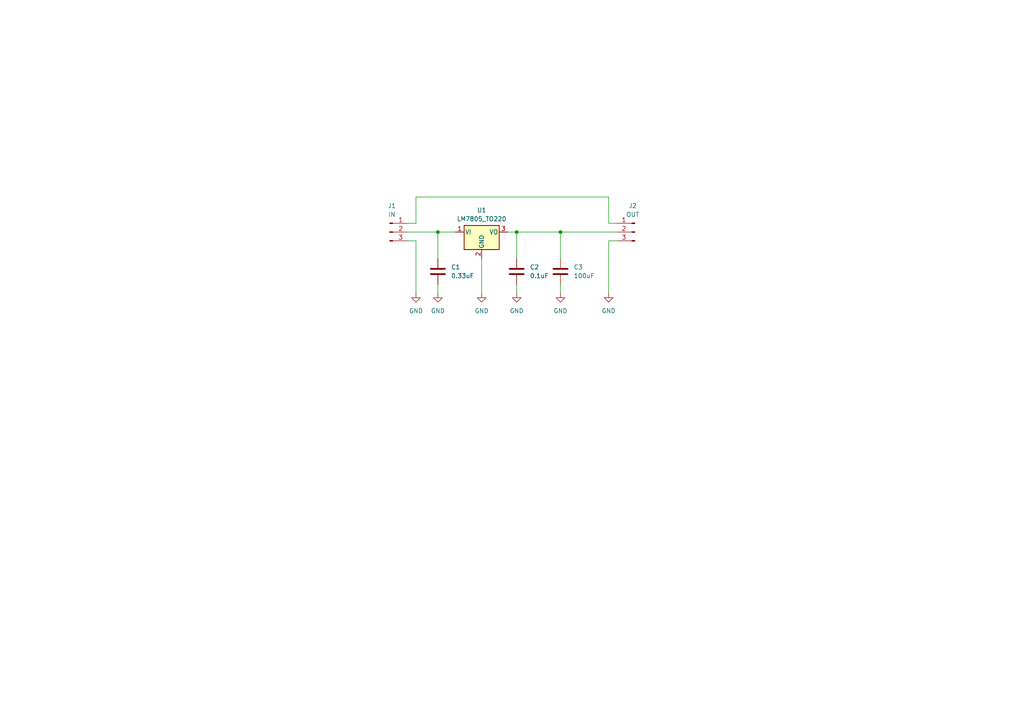
<source format=kicad_sch>
(kicad_sch (version 20250114) (generator "eeschema") (generator_version "9.0")
  (paper "A4")
  (title_block (title "5V Servo Motor Regulator") (date "2025-09-01") (rev "1") (company "© 2025 Stefan Teodorescu and Oscar Barbieri"))
  (lib_symbols
    (symbol "Connector:Conn_01x03_Pin" (pin_names (offset 1.016) (hide yes))
      (property "Reference" "J" (at 0 5.08 0))
      (property "Value" "Conn_01x03_Pin" (at 0 -5.08 0))
      (symbol "Conn_01x03_Pin_1_1"
        (rectangle (start 0.8636 2.667) (end 0 2.413) (stroke (width 0.1524)) (fill (type outline)))
        (rectangle (start 0.8636 0.127) (end 0 -0.127) (stroke (width 0.1524)) (fill (type outline)))
        (rectangle (start 0.8636 -2.413) (end 0 -2.667) (stroke (width 0.1524)) (fill (type outline)))
        (polyline (pts (xy 1.27 2.54) (xy 0.8636 2.54)) (stroke (width 0.1524)))
        (polyline (pts (xy 1.27 0) (xy 0.8636 0)) (stroke (width 0.1524)))
        (polyline (pts (xy 1.27 -2.54) (xy 0.8636 -2.54)) (stroke (width 0.1524)))
        (pin passive line (at 5.08 2.54 180) (length 3.81) (name "Pin_1") (number "1"))
        (pin passive line (at 5.08 0 180) (length 3.81) (name "Pin_2") (number "2"))
        (pin passive line (at 5.08 -2.54 180) (length 3.81) (name "Pin_3") (number "3"))
      )
    )
    (symbol "Device:C" (pin_numbers (hide yes)) (pin_names (offset 0.254))
      (property "Reference" "C" (at 0.635 2.54 0))
      (property "Value" "C" (at 0.635 -2.54 0))
      (symbol "C_0_1"
        (polyline (pts (xy -2.032 0.762) (xy 2.032 0.762)) (stroke (width 0.508)))
        (polyline (pts (xy -2.032 -0.762) (xy 2.032 -0.762)) (stroke (width 0.508)))
      )
      (symbol "C_1_1"
        (pin passive line (at 0 3.81 270) (length 2.794) (name "~") (number "1"))
        (pin passive line (at 0 -3.81 90) (length 2.794) (name "~") (number "2"))
      )
    )
    (symbol "Regulator_Linear:LM7805_TO220" (pin_names (offset 0.254))
      (property "Reference" "U" (at -3.81 3.175 0))
      (property "Value" "LM7805_TO220" (at 0 3.175 0))
      (symbol "LM7805_TO220_0_1"
        (rectangle (start -5.08 1.905) (end 5.08 -5.08) (stroke (width 0.254)) (fill (type background)))
      )
      (symbol "LM7805_TO220_1_1"
        (pin power_in line (at -7.62 0 0) (length 2.54) (name "VI") (number "1"))
        (pin power_in line (at 0 -7.62 90) (length 2.54) (name "GND") (number "2"))
        (pin power_out line (at 7.62 0 180) (length 2.54) (name "VO") (number "3"))
      )
    )
    (symbol "power:GND" (power) (pin_numbers (hide yes)) (pin_names (offset 0) (hide yes))
      (property "Value" "GND" (at 0 -3.81 0))
      (symbol "GND_0_1"
        (polyline (pts (xy 0 0) (xy 0 -1.27) (xy 1.27 -1.27) (xy 0 -2.54) (xy -1.27 -1.27) (xy 0 -1.27)))
      )
      (symbol "GND_1_1"
        (pin power_in line (at 0 0 270) (length 0) (name "~") (number "1"))
      )
    )
  )
  (junction (at 127 67.31))
  (junction (at 149.86 67.31))
  (junction (at 162.56 67.31))
  (wire (pts (xy 120.65 69.85) (xy 120.65 85.09)))
  (wire (pts (xy 162.56 67.31) (xy 162.56 74.93)))
  (wire (pts (xy 139.7 74.93) (xy 139.7 85.09)))
  (wire (pts (xy 127 85.09) (xy 127 82.55)))
  (wire (pts (xy 179.07 64.77) (xy 176.53 64.77)))
  (wire (pts (xy 162.56 67.31) (xy 149.86 67.31)))
  (wire (pts (xy 149.86 82.55) (xy 149.86 85.09)))
  (wire (pts (xy 162.56 67.31) (xy 179.07 67.31)))
  (wire (pts (xy 120.65 64.77) (xy 118.11 64.77)))
  (wire (pts (xy 162.56 82.55) (xy 162.56 85.09)))
  (wire (pts (xy 149.86 74.93) (xy 149.86 67.31)))
  (wire (pts (xy 149.86 67.31) (xy 147.32 67.31)))
  (wire (pts (xy 120.65 57.15) (xy 120.65 64.77)))
  (wire (pts (xy 118.11 67.31) (xy 127 67.31)))
  (wire (pts (xy 176.53 64.77) (xy 176.53 57.15)))
  (wire (pts (xy 176.53 57.15) (xy 120.65 57.15)))
  (wire (pts (xy 132.08 67.31) (xy 127 67.31)))
  (wire (pts (xy 179.07 69.85) (xy 176.53 69.85)))
  (wire (pts (xy 118.11 69.85) (xy 120.65 69.85)))
  (wire (pts (xy 127 67.31) (xy 127 74.93)))
  (wire (pts (xy 176.53 69.85) (xy 176.53 85.09)))
  (symbol (lib_id "Device:C") (at 149.86 78.74 0) (unit 1)
    (property "Reference" "C2" (at 153.67 77.4699 0) (effects (justify left)))
    (property "Value" "0.1uF" (at 153.67 80.0099 0) (effects (justify left)))
    (property "Footprint" "Capacitor_THT:C_Disc_D4.7mm_W2.5mm_P5.00mm" (effects (hide yes)))
    (property "Description" "Unpolarized capacitor" (effects (hide yes)))
  )
  (symbol (lib_id "Device:C") (at 127 78.74 0) (unit 1)
    (property "Reference" "C1" (at 130.81 77.4699 0) (effects (justify left)))
    (property "Value" "0.33uF" (at 130.81 80.0099 0) (effects (justify left)))
    (property "Footprint" "Capacitor_THT:C_Disc_D4.7mm_W2.5mm_P5.00mm" (effects (hide yes)))
    (property "Description" "Unpolarized capacitor" (effects (hide yes)))
  )
  (symbol (lib_id "Regulator_Linear:LM7805_TO220") (at 139.7 67.31 0) (unit 1)
    (property "Reference" "U1" (at 139.7 60.96 0))
    (property "Value" "LM7805_TO220" (at 139.7 63.5 0))
    (property "Footprint" "Package_TO_SOT_THT:TO-220-3_Vertical" (effects (hide yes)))
    (property "Datasheet" "https://www.onsemi.cn/PowerSolutions/document/MC7800-D.PDF" (effects (hide yes)))
    (property "Description" "Positive 1A 35V Linear Regulator, Fixed Output 5V, TO-220" (effects (hide yes)))
  )
  (symbol (lib_id "Device:C") (at 162.56 78.74 0) (unit 1)
    (property "Reference" "C3" (at 166.37 77.4699 0) (effects (justify left)))
    (property "Value" "100uF" (at 166.37 80.0099 0) (effects (justify left)))
    (property "Footprint" "Capacitor_THT:C_Radial_D5.0mm_H5.0mm_P2.00mm" (effects (hide yes)))
    (property "Description" "Unpolarized capacitor" (effects (hide yes)))
  )
  (symbol (lib_id "power:GND") (at 127 85.09 0) (unit 1)
    (property "Reference" "#PWR02" (effects (hide yes)))
    (property "Value" "GND" (at 127 90.17 0))
    (property "Description" "Power symbol creates a global label with name \"GND\" , ground" (effects (hide yes)))
  )
  (symbol (lib_id "power:GND") (at 176.53 85.09 0) (unit 1)
    (property "Reference" "#PWR06" (effects (hide yes)))
    (property "Value" "GND" (at 176.53 90.17 0))
    (property "Description" "Power symbol creates a global label with name \"GND\" , ground" (effects (hide yes)))
  )
  (symbol (lib_id "Connector:Conn_01x03_Pin") (at 113.03 67.31 0) (unit 1)
    (property "Reference" "J1" (at 113.665 59.69 0))
    (property "Value" "IN" (at 113.665 62.23 0))
    (property "Footprint" "Connector_PinHeader_2.54mm:PinHeader_1x03_P2.54mm_Vertical" (effects (hide yes)))
    (property "Description" "Generic connector, single row, 01x03, script generated" (effects (hide yes)))
  )
  (symbol (lib_id "power:GND") (at 139.7 85.09 0) (unit 1)
    (property "Reference" "#PWR01" (effects (hide yes)))
    (property "Value" "GND" (at 139.7 90.17 0))
    (property "Description" "Power symbol creates a global label with name \"GND\" , ground" (effects (hide yes)))
  )
  (symbol (lib_id "power:GND") (at 149.86 85.09 0) (unit 1)
    (property "Reference" "#PWR04" (effects (hide yes)))
    (property "Value" "GND" (at 149.86 90.17 0))
    (property "Description" "Power symbol creates a global label with name \"GND\" , ground" (effects (hide yes)))
  )
  (symbol (lib_id "power:GND") (at 162.56 85.09 0) (unit 1)
    (property "Reference" "#PWR05" (effects (hide yes)))
    (property "Value" "GND" (at 162.56 90.17 0))
    (property "Description" "Power symbol creates a global label with name \"GND\" , ground" (effects (hide yes)))
  )
  (symbol (lib_id "Connector:Conn_01x03_Pin") (at 184.15 67.31 0) (mirror y) (unit 1)
    (property "Reference" "J2" (at 183.515 59.69 0))
    (property "Value" "OUT" (at 183.515 62.23 0))
    (property "Footprint" "Connector_PinHeader_2.54mm:PinHeader_1x03_P2.54mm_Vertical" (effects (hide yes)))
    (property "Description" "Generic connector, single row, 01x03, script generated" (effects (hide yes)))
  )
  (symbol (lib_id "power:GND") (at 120.65 85.09 0) (unit 1)
    (property "Reference" "#PWR03" (effects (hide yes)))
    (property "Value" "GND" (at 120.65 90.17 0))
    (property "Description" "Power symbol creates a global label with name \"GND\" , ground" (effects (hide yes)))
  )
)
</source>
